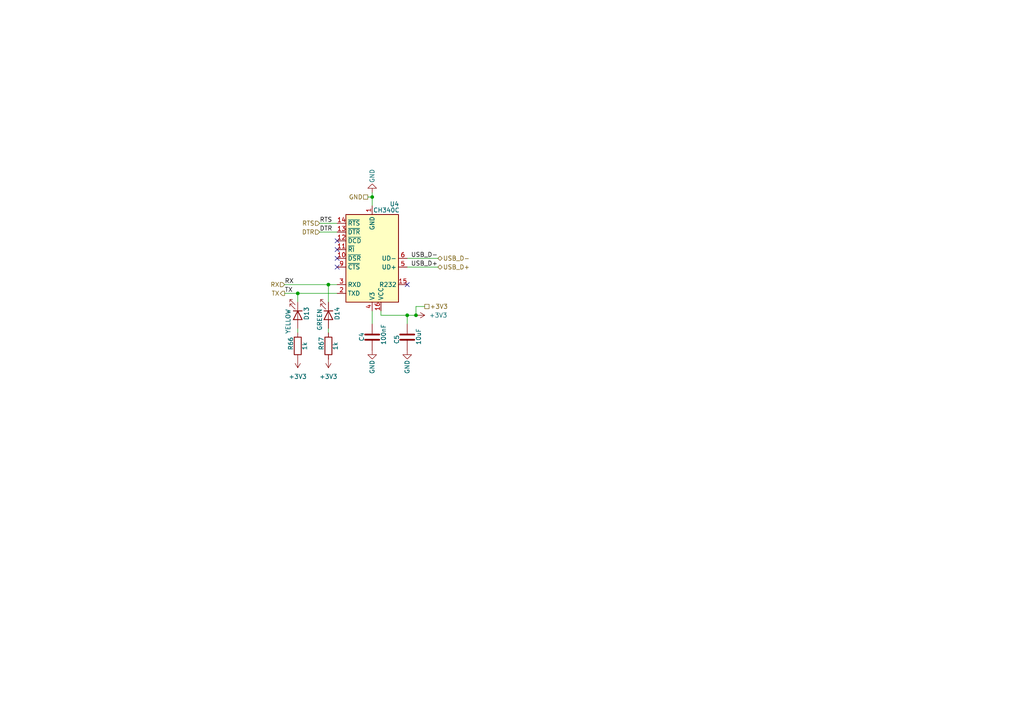
<source format=kicad_sch>
(kicad_sch (version 20250114) (generator "eeschema") (generator_version "9.0")
  (paper "A4")
  (lib_symbols
    (symbol "Device:C" (pin_numbers (hide yes)) (pin_names (offset 0.254))
      (property "Reference" "C" (at 0.635 2.54 0))
      (property "Value" "C" (at 0.635 -2.54 0))
      (symbol "C_0_1"
        (polyline (pts (xy -2.032 0.762) (xy 2.032 0.762)) (stroke (width 0.508)))
        (polyline (pts (xy -2.032 -0.762) (xy 2.032 -0.762)) (stroke (width 0.508)))
      )
      (symbol "C_1_1"
        (pin passive line (at 0 3.81 270) (length 2.794) (name "~") (number "1"))
        (pin passive line (at 0 -3.81 90) (length 2.794) (name "~") (number "2"))
      )
    )
    (symbol "Device:LED" (pin_numbers (hide yes)) (pin_names (offset 1.016) (hide yes))
      (property "Reference" "D" (at 0 2.54 0))
      (property "Value" "LED" (at 0 -2.54 0))
      (symbol "LED_0_1"
        (polyline (pts (xy -3.048 -0.762) (xy -4.572 -2.286) (xy -3.81 -2.286) (xy -4.572 -2.286) (xy -4.572 -1.524)))
        (polyline (pts (xy -1.778 -0.762) (xy -3.302 -2.286) (xy -2.54 -2.286) (xy -3.302 -2.286) (xy -3.302 -1.524)))
        (polyline (pts (xy -1.27 0) (xy 1.27 0)))
        (polyline (pts (xy -1.27 -1.27) (xy -1.27 1.27)) (stroke (width 0.254)))
        (polyline (pts (xy 1.27 -1.27) (xy 1.27 1.27) (xy -1.27 0) (xy 1.27 -1.27)) (stroke (width 0.254)))
      )
      (symbol "LED_1_1"
        (pin passive line (at -3.81 0 0) (length 2.54) (name "K") (number "1"))
        (pin passive line (at 3.81 0 180) (length 2.54) (name "A") (number "2"))
      )
    )
    (symbol "Device:R" (pin_numbers (hide yes)) (pin_names (offset 0))
      (property "Reference" "R" (at 2.032 0 90))
      (property "Value" "R" (at 0 0 90))
      (symbol "R_0_1"
        (rectangle (start -1.016 -2.54) (end 1.016 2.54) (stroke (width 0.254)))
      )
      (symbol "R_1_1"
        (pin passive line (at 0 3.81 270) (length 1.27) (name "~") (number "1"))
        (pin passive line (at 0 -3.81 90) (length 1.27) (name "~") (number "2"))
      )
    )
    (symbol "Interface_USB:CH340C"
      (property "Reference" "U" (at -5.08 13.97 0))
      (property "Value" "CH340C" (at 1.27 13.97 0))
      (symbol "CH340C_0_1"
        (rectangle (start -7.62 12.7) (end 7.62 -12.7) (stroke (width 0.254)) (fill (type background)))
      )
      (symbol "CH340C_1_1"
        (pin input line (at -10.16 7.62 0) (length 2.54) (name "R232") (number "15"))
        (pin bidirectional line (at -10.16 2.54 0) (length 2.54) (name "UD+") (number "5"))
        (pin bidirectional line (at -10.16 0 0) (length 2.54) (name "UD-") (number "6"))
        (pin no_connect line (at -7.62 -5.08 0) (length 2.54) (hide yes) (name "NC") (number "7"))
        (pin no_connect line (at -7.62 -7.62 0) (length 2.54) (hide yes) (name "NC") (number "8"))
        (pin power_in line (at -2.54 15.24 270) (length 2.54) (name "VCC") (number "16"))
        (pin power_out line (at 0 15.24 270) (length 2.54) (name "V3") (number "4"))
        (pin power_in line (at 0 -15.24 90) (length 2.54) (name "GND") (number "1"))
        (pin output line (at 10.16 10.16 180) (length 2.54) (name "TXD") (number "2"))
        (pin input line (at 10.16 7.62 180) (length 2.54) (name "RXD") (number "3"))
        (pin input line (at 10.16 2.54 180) (length 2.54) (name "~{CTS}") (number "9"))
        (pin input line (at 10.16 0 180) (length 2.54) (name "~{DSR}") (number "10"))
        (pin input line (at 10.16 -2.54 180) (length 2.54) (name "~{RI}") (number "11"))
        (pin input line (at 10.16 -5.08 180) (length 2.54) (name "~{DCD}") (number "12"))
        (pin output line (at 10.16 -7.62 180) (length 2.54) (name "~{DTR}") (number "13"))
        (pin output line (at 10.16 -10.16 180) (length 2.54) (name "~{RTS}") (number "14"))
      )
    )
    (symbol "power:+3V3" (power) (pin_numbers (hide yes)) (pin_names (offset 0) (hide yes))
      (property "Value" "+3V3" (at 0 3.556 0))
      (symbol "+3V3_0_1"
        (polyline (pts (xy -0.762 1.27) (xy 0 2.54)))
        (polyline (pts (xy 0 2.54) (xy 0.762 1.27)))
        (polyline (pts (xy 0 0) (xy 0 2.54)))
      )
      (symbol "+3V3_1_1"
        (pin power_in line (at 0 0 90) (length 0) (name "~") (number "1"))
      )
    )
    (symbol "power:GND" (power) (pin_numbers (hide yes)) (pin_names (offset 0) (hide yes))
      (property "Value" "GND" (at 0 -3.81 0))
      (symbol "GND_0_1"
        (polyline (pts (xy 0 0) (xy 0 -1.27) (xy 1.27 -1.27) (xy 0 -2.54) (xy -1.27 -1.27) (xy 0 -1.27)))
      )
      (symbol "GND_1_1"
        (pin power_in line (at 0 0 270) (length 0) (name "~") (number "1"))
      )
    )
  )
  (junction (at 120.65 91.44))
  (junction (at 95.25 82.55))
  (junction (at 118.11 91.44))
  (junction (at 107.95 57.15))
  (junction (at 86.36 85.09))
  (no_connect (at 118.11 82.55))
  (no_connect (at 97.79 69.85))
  (no_connect (at 97.79 74.93))
  (no_connect (at 97.79 77.47))
  (no_connect (at 97.79 72.39))
  (wire (pts (xy 82.55 82.55) (xy 95.25 82.55)))
  (wire (pts (xy 92.71 64.77) (xy 97.79 64.77)))
  (wire (pts (xy 118.11 74.93) (xy 127 74.93)))
  (wire (pts (xy 82.55 85.09) (xy 86.36 85.09)))
  (wire (pts (xy 95.25 82.55) (xy 95.25 87.63)))
  (wire (pts (xy 120.65 88.9) (xy 123.19 88.9)))
  (wire (pts (xy 118.11 77.47) (xy 127 77.47)))
  (wire (pts (xy 95.25 96.52) (xy 95.25 95.25)))
  (wire (pts (xy 95.25 82.55) (xy 97.79 82.55)))
  (wire (pts (xy 107.95 57.15) (xy 107.95 59.69)))
  (wire (pts (xy 120.65 88.9) (xy 120.65 91.44)))
  (wire (pts (xy 107.95 93.98) (xy 107.95 90.17)))
  (wire (pts (xy 118.11 93.98) (xy 118.11 91.44)))
  (wire (pts (xy 110.49 91.44) (xy 110.49 90.17)))
  (wire (pts (xy 92.71 67.31) (xy 97.79 67.31)))
  (wire (pts (xy 86.36 85.09) (xy 86.36 87.63)))
  (wire (pts (xy 106.68 57.15) (xy 107.95 57.15)))
  (wire (pts (xy 86.36 85.09) (xy 97.79 85.09)))
  (wire (pts (xy 118.11 91.44) (xy 120.65 91.44)))
  (wire (pts (xy 86.36 96.52) (xy 86.36 95.25)))
  (wire (pts (xy 107.95 55.88) (xy 107.95 57.15)))
  (wire (pts (xy 110.49 91.44) (xy 118.11 91.44)))
  (label "TX" (at 82.55 85.09 0))
  (label "USB_D+" (at 127 77.47 180))
  (label "USB_D-" (at 127 74.93 180))
  (label "DTR" (at 92.71 67.31 0))
  (label "RX" (at 82.55 82.55 0))
  (label "RTS" (at 92.71 64.77 0))
  (hierarchical_label "GND" (shape passive) (at 106.68 57.15 180))
  (hierarchical_label "+3V3" (shape passive) (at 123.19 88.9 0))
  (hierarchical_label "USB_D-" (shape bidirectional) (at 127 74.93 0))
  (hierarchical_label "TX" (shape output) (at 82.55 85.09 180))
  (hierarchical_label "RTS" (shape input) (at 92.71 64.77 180))
  (hierarchical_label "USB_D+" (shape bidirectional) (at 127 77.47 0))
  (hierarchical_label "RX" (shape input) (at 82.55 82.55 180))
  (hierarchical_label "DTR" (shape input) (at 92.71 67.31 180))
  (symbol (lib_id "power:GND") (at 118.11 101.6 0) (unit 1)
    (property "Reference" "#PWR0220" (effects (hide yes)))
    (property "Value" "GND" (at 118.11 104.394 90) (effects (justify right)))
    (property "Description" "Power symbol creates a global label with name \"GND\" , ground" (effects (hide yes)))
  )
  (symbol (lib_id "power:GND") (at 107.95 55.88 180) (unit 1)
    (property "Reference" "#PWR0218" (effects (hide yes)))
    (property "Value" "GND" (at 107.95 53.086 90) (effects (justify right)))
    (property "Description" "Power symbol creates a global label with name \"GND\" , ground" (effects (hide yes)))
  )
  (symbol (lib_id "Device:LED") (at 95.25 91.44 270) (unit 1)
    (property "Reference" "D14" (at 97.79 90.932 0))
    (property "Value" "GREEN" (at 92.71 92.71 0))
    (property "Footprint" "LED_SMD:LED_0603_1608Metric" (effects (hide yes)))
    (property "Description" "Light emitting diode" (effects (hide yes)))
  )
  (symbol (lib_id "Device:R") (at 86.36 100.33 0) (unit 1)
    (property "Reference" "R66" (at 84.328 101.6 90) (effects (justify left)))
    (property "Value" "1k" (at 88.392 101.6 90) (effects (justify left)))
    (property "Footprint" "Resistor_SMD:R_0603_1608Metric" (effects (hide yes)))
    (property "Description" "Resistor" (effects (hide yes)))
  )
  (symbol (lib_id "power:+3V3") (at 86.36 104.14 180) (unit 1)
    (property "Reference" "#PWR0216" (effects (hide yes)))
    (property "Value" "+3V3" (at 86.36 109.22 0))
    (property "Description" "Power symbol creates a global label with name \"+3V3\"" (effects (hide yes)))
  )
  (symbol (lib_id "Device:C") (at 118.11 97.79 0) (unit 1)
    (property "Reference" "C5" (at 115.062 99.822 90) (effects (justify left)))
    (property "Value" "10uF" (at 121.412 100.076 90) (effects (justify left)))
    (property "Footprint" "Capacitor_SMD:C_0603_1608Metric" (effects (hide yes)))
    (property "Description" "Unpolarized capacitor" (effects (hide yes)))
  )
  (symbol (lib_id "Device:LED") (at 86.36 91.44 270) (unit 1)
    (property "Reference" "D13" (at 88.9 90.932 0))
    (property "Value" "YELLOW" (at 83.566 93.218 0))
    (property "Footprint" "LED_SMD:LED_0603_1608Metric" (effects (hide yes)))
    (property "Description" "Light emitting diode" (effects (hide yes)))
  )
  (symbol (lib_id "power:+3V3") (at 120.65 91.44 270) (unit 1)
    (property "Reference" "#PWR0221" (effects (hide yes)))
    (property "Value" "+3V3" (at 124.46 91.4399 90) (effects (justify left)))
    (property "Description" "Power symbol creates a global label with name \"+3V3\"" (effects (hide yes)))
  )
  (symbol (lib_id "Interface_USB:CH340C") (at 107.95 74.93 180) (unit 1)
    (property "Reference" "U4" (at 113.03 59.182 0) (effects (justify right)))
    (property "Value" "CH340C" (at 108.204 60.96 0) (effects (justify right)))
    (property "Footprint" "Package_SO:SOIC-16_3.9x9.9mm_P1.27mm" (effects (hide yes)))
    (property "Datasheet" "https://datasheet.lcsc.com/szlcsc/Jiangsu-Qin-Heng-CH340C_C84681.pdf" (effects (hide yes)))
    (property "Description" "USB serial converter, crystal-less, UART, SOIC-16" (effects (hide yes)))
  )
  (symbol (lib_id "Device:R") (at 95.25 100.33 0) (unit 1)
    (property "Reference" "R67" (at 93.218 101.6 90) (effects (justify left)))
    (property "Value" "1k" (at 97.282 101.6 90) (effects (justify left)))
    (property "Footprint" "Resistor_SMD:R_0603_1608Metric" (effects (hide yes)))
    (property "Description" "Resistor" (effects (hide yes)))
  )
  (symbol (lib_id "power:GND") (at 107.95 101.6 0) (unit 1)
    (property "Reference" "#PWR0219" (effects (hide yes)))
    (property "Value" "GND" (at 107.95 104.394 90) (effects (justify right)))
    (property "Description" "Power symbol creates a global label with name \"GND\" , ground" (effects (hide yes)))
  )
  (symbol (lib_id "Device:C") (at 107.95 97.79 0) (unit 1)
    (property "Reference" "C4" (at 104.902 99.06 90) (effects (justify left)))
    (property "Value" "100nF" (at 111.252 100.076 90) (effects (justify left)))
    (property "Footprint" "Capacitor_SMD:C_0603_1608Metric" (effects (hide yes)))
    (property "Description" "Unpolarized capacitor" (effects (hide yes)))
  )
  (symbol (lib_id "power:+3V3") (at 95.25 104.14 180) (unit 1)
    (property "Reference" "#PWR0217" (effects (hide yes)))
    (property "Value" "+3V3" (at 95.25 109.22 0))
    (property "Description" "Power symbol creates a global label with name \"+3V3\"" (effects (hide yes)))
  )
)
</source>
